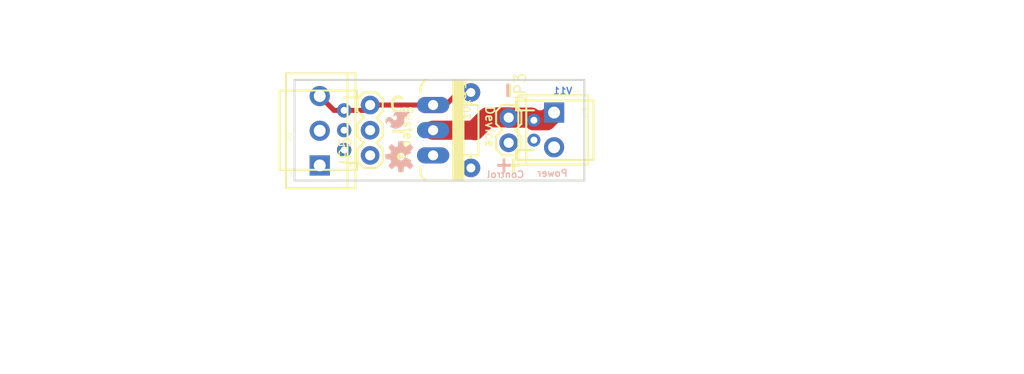
<source format=kicad_pcb>
(kicad_pcb (version 20211014) (generator pcbnew)
  (layers (0 "F.Cu" signal) (31 "B.Cu" signal) (34 "B.Paste" user) (35 "F.Paste" user) (36 "B.SilkS" user "B.Silkscreen") (37 "F.SilkS" user "F.Silkscreen") (38 "B.Mask" user) (39 "F.Mask" user) (44 "Edge.Cuts" user))
  (net 0 "")
  (net 1 "GND")
  (net 2 "CONTROL")
  (net 3 "VCC")
  (net 4 "HIGH-CURRENT")
  (footprint "boardEagle:1X03" (layer "F.Cu") (at 141.5161 107.5436 90)
    (fp_text reference "JP5" (at -1.3462 -1.8288 90) (layer "F.SilkS") (effects (font (size 1.143 1.143) (thickness 0.127)) (justify left bottom)))
    (fp_text value "")
    (fp_line (start 6.35 0.635) (end 5.715 1.27) (layer "F.SilkS") (width 0.2032))
    (fp_line (start 5.715 1.27) (end 4.445 1.27) (layer "F.SilkS") (width 0.2032))
    (fp_line (start 6.35 -0.635) (end 6.35 0.635) (layer "F.SilkS") (width 0.2032))
    (fp_line (start 3.81 0.635) (end 3.175 1.27) (layer "F.SilkS") (width 0.2032))
    (fp_line (start -1.27 -0.635) (end -1.27 0.635) (layer "F.SilkS") (width 0.2032))
    (fp_line (start -0.635 -1.27) (end -1.27 -0.635) (layer "F.SilkS") (width 0.2032))
    (fp_line (start -1.27 0.635) (end -0.635 1.27) (layer "F.SilkS") (width 0.2032))
    (fp_line (start 1.905 -1.27) (end 3.175 -1.27) (layer "F.SilkS") (width 0.2032))
    (fp_line (start 1.27 0.635) (end 0.635 1.27) (layer "F.SilkS") (width 0.2032))
    (fp_line (start 1.27 -0.635) (end 1.905 -1.27) (layer "F.SilkS") (width 0.2032))
    (fp_line (start -0.635 -1.27) (end 0.635 -1.27) (layer "F.SilkS") (width 0.2032))
    (fp_line (start 5.715 -1.27) (end 6.35 -0.635) (layer "F.SilkS") (width 0.2032))
    (fp_line (start 4.445 -1.27) (end 5.715 -1.27) (layer "F.SilkS") (width 0.2032))
    (fp_line (start 0.635 1.27) (end -0.635 1.27) (layer "F.SilkS") (width 0.2032))
    (fp_line (start 1.905 1.27) (end 1.27 0.635) (layer "F.SilkS") (width 0.2032))
    (fp_line (start 3.81 -0.635) (end 4.445 -1.27) (layer "F.SilkS") (width 0.2032))
    (fp_line (start 3.175 1.27) (end 1.905 1.27) (layer "F.SilkS") (width 0.2032))
    (fp_line (start 4.445 1.27) (end 3.81 0.635) (layer "F.SilkS") (width 0.2032))
    (fp_line (start 3.175 -1.27) (end 3.81 -0.635) (layer "F.SilkS") (width 0.2032))
    (fp_line (start 0.635 -1.27) (end 1.27 -0.635) (layer "F.SilkS") (width 0.2032))
    (pad "1" thru_hole circle (at 0 0 180) (size 1.8796 1.8796) (drill 1.016) (layers *.Cu *.Mask) (net 3 "VCC"))
    (pad "2" thru_hole circle (at 2.54 0 180) (size 1.8796 1.8796) (drill 1.016) (layers *.Cu *.Mask) (net 1 "GND"))
    (pad "3" thru_hole circle (at 5.08 0 180) (size 1.8796 1.8796) (drill 1.016) (layers *.Cu *.Mask) (net 2 "CONTROL"))
  )
  (footprint "boardEagle:SCREWTERMINAL-3.5MM-3" (layer "F.Cu") (at 136.4361 108.5596 90)
    (fp_text reference "JP4" (at -1.27 -2.54 90) (layer "F.SilkS") (effects (font (size 0.373888 0.373888) (thickness 0.032512)) (justify left bottom)))
    (fp_text value "")
    (fp_line (start -2.3 3.6) (end -2.3 2.8) (layer "F.SilkS") (width 0.2032))
    (fp_line (start -2.3 -3.4) (end 9.3 -3.4) (layer "F.SilkS") (width 0.2032))
    (fp_line (start 9.3 2.8) (end 9.3 3.6) (layer "F.SilkS") (width 0.2032))
    (fp_line (start 9.3 -3.4) (end 9.3 2.8) (layer "F.SilkS") (width 0.2032))
    (fp_line (start 9.3 3.6) (end -2.3 3.6) (layer "F.SilkS") (width 0.2032))
    (fp_line (start 9.3 2.8) (end -2.3 2.8) (layer "F.SilkS") (width 0.2032))
    (fp_line (start -2.3 2.8) (end -2.3 -3.4) (layer "F.SilkS") (width 0.2032))
    (pad "1" thru_hole rect (at 0 0 90) (size 2.032 2.032) (drill 1.2) (layers *.Cu *.Mask) (net 3 "VCC"))
    (pad "2" thru_hole circle (at 3.5 0 90) (size 2.032 2.032) (drill 1.2) (layers *.Cu *.Mask) (net 1 "GND"))
    (pad "3" thru_hole circle (at 7 0 90) (size 2.032 2.032) (drill 1.2) (layers *.Cu *.Mask) (net 2 "CONTROL"))
  )
  (footprint "boardEagle:JST-3-PTH" (layer "F.Cu") (at 133.8961 105.0036 90)
    (fp_text reference "JP2" (at -1.27 -0.24 90) (layer "F.SilkS") (effects (font (size 0.373888 0.373888) (thickness 0.032512)) (justify left bottom)))
    (fp_text value "")
    (fp_line (start 3.3 6.3) (end 3.3 5) (layer "F.SilkS") (width 0.2032))
    (fp_line (start 4 -1.5) (end 4 6.3) (layer "F.SilkS") (width 0.2032))
    (fp_line (start -4 6.3) (end -3.3 6.3) (layer "F.SilkS") (width 0.2032))
    (fp_line (start -4 -1.5) (end 4 -1.5) (layer "F.SilkS") (width 0.2032))
    (fp_line (start 4 6.3) (end 3.3 6.3) (layer "F.SilkS") (width 0.2032))
    (fp_line (start -3.3 6.3) (end -3.3 5) (layer "F.SilkS") (width 0.2032))
    (fp_line (start -4 6.3) (end -4 -1.5) (layer "F.SilkS") (width 0.2032))
    (pad "1" thru_hole circle (at -2 5 90) (size 1.4478 1.4478) (drill 0.7) (layers *.Cu *.Mask) (net 3 "VCC"))
    (pad "2" thru_hole circle (at 0 5 90) (size 1.4478 1.4478) (drill 0.7) (layers *.Cu *.Mask) (net 1 "GND"))
    (pad "3" thru_hole circle (at 2 5 90) (size 1.4478 1.4478) (drill 0.7) (layers *.Cu *.Mask) (net 2 "CONTROL"))
  )
  (footprint "boardEagle:1X02" (layer "F.Cu") (at 155.4861 103.7336 -90)
    (fp_text reference "JP3" (at -1.3462 -1.8288 -90) (layer "F.SilkS") (effects (font (size 1.143 1.143) (thickness 0.127)) (justify left bottom)))
    (fp_text value "")
    (fp_line (start 3.81 -0.635) (end 3.81 0.635) (layer "F.SilkS") (width 0.2032))
    (fp_line (start -0.635 -1.27) (end 0.635 -1.27) (layer "F.SilkS") (width 0.2032))
    (fp_line (start 1.905 -1.27) (end 3.175 -1.27) (layer "F.SilkS") (width 0.2032))
    (fp_line (start 1.27 -0.635) (end 1.905 -1.27) (layer "F.SilkS") (width 0.2032))
    (fp_line (start 0.635 -1.27) (end 1.27 -0.635) (layer "F.SilkS") (width 0.2032))
    (fp_line (start 0.635 1.27) (end -0.635 1.27) (layer "F.SilkS") (width 0.2032))
    (fp_line (start -1.27 0.635) (end -0.635 1.27) (layer "F.SilkS") (width 0.2032))
    (fp_line (start 1.905 1.27) (end 1.27 0.635) (layer "F.SilkS") (width 0.2032))
    (fp_line (start 3.175 -1.27) (end 3.81 -0.635) (layer "F.SilkS") (width 0.2032))
    (fp_line (start 1.27 0.635) (end 0.635 1.27) (layer "F.SilkS") (width 0.2032))
    (fp_line (start 3.81 0.635) (end 3.175 1.27) (layer "F.SilkS") (width 0.2032))
    (fp_line (start -1.27 -0.635) (end -1.27 0.635) (layer "F.SilkS") (width 0.2032))
    (fp_line (start 3.175 1.27) (end 1.905 1.27) (layer "F.SilkS") (width 0.2032))
    (fp_line (start -0.635 -1.27) (end -1.27 -0.635) (layer "F.SilkS") (width 0.2032))
    (pad "1" thru_hole circle (at 0 0) (size 1.8796 1.8796) (drill 1.016) (layers *.Cu *.Mask) (net 4 "HIGH-CURRENT"))
    (pad "2" thru_hole circle (at 2.54 0) (size 1.8796 1.8796) (drill 1.016) (layers *.Cu *.Mask) (net 3 "VCC"))
  )
  (footprint "boardEagle:SCREWTERMINAL-3.5MM-2" (layer "F.Cu") (at 160.0581 103.2256 -90)
    (fp_text reference "JP1" (at -1.27 -2.54 -90) (layer "F.SilkS") (effects (font (size 0.373888 0.373888) (thickness 0.032512)) (justify left bottom)))
    (fp_text value "")
    (fp_line (start -1.75 -3.4) (end 5.25 -3.4) (layer "F.SilkS") (width 0.2032))
    (fp_line (start -1.75 2.8) (end -1.75 -3.4) (layer "F.SilkS") (width 0.2032))
    (fp_line (start 5.25 -3.4) (end 5.25 2.8) (layer "F.SilkS") (width 0.2032))
    (fp_line (start 5.25 2.8) (end 5.25 3.6) (layer "F.SilkS") (width 0.2032))
    (fp_line (start 5.25 3.6) (end -1.75 3.6) (layer "F.SilkS") (width 0.2032))
    (fp_line (start 5.25 2.8) (end -1.75 2.8) (layer "F.SilkS") (width 0.2032))
    (fp_line (start -1.75 3.6) (end -1.75 2.8) (layer "F.SilkS") (width 0.2032))
    (pad "1" thru_hole rect (at 0 0 270) (size 2.032 2.032) (drill 1.2) (layers *.Cu *.Mask) (net 4 "HIGH-CURRENT"))
    (pad "2" thru_hole circle (at 3.5 0 270) (size 2.032 2.032) (drill 1.2) (layers *.Cu *.Mask) (net 3 "VCC"))
  )
  (footprint "boardEagle:AXIAL-0.3" (layer "F.Cu") (at 151.6761 105.0036 90)
    (fp_text reference "R1" (at -2.54 -1.27 90) (layer "F.SilkS") (effects (font (size 0.376489 0.376489) (thickness 0.029911)) (justify left)))
    (fp_text value "10K" (at 1.016 -0.381 270) (layer "F.SilkS") (effects (font (size 0.709168 0.709168) (thickness 0.103632)) (justify left)))
    (fp_line (start -2.54 0) (end -2.54 -0.762) (layer "F.SilkS") (width 0.2032))
    (fp_line (start -2.54 -0.762) (end 2.54 -0.762) (layer "F.SilkS") (width 0.2032))
    (fp_line (start 2.54 0.762) (end -2.54 0.762) (layer "F.SilkS") (width 0.2032))
    (fp_line (start -2.54 0.762) (end -2.54 0) (layer "F.SilkS") (width 0.2032))
    (fp_line (start 2.54 0) (end 2.794 0) (layer "F.SilkS") (width 0.2032))
    (fp_line (start 2.54 -0.762) (end 2.54 0) (layer "F.SilkS") (width 0.2032))
    (fp_line (start 2.54 0) (end 2.54 0.762) (layer "F.SilkS") (width 0.2032))
    (fp_line (start -2.54 0) (end -2.794 0) (layer "F.SilkS") (width 0.2032))
    (pad "P$1" thru_hole circle (at -3.81 0 90) (size 1.8796 1.8796) (drill 0.9) (layers *.Cu *.Mask) (net 1 "GND"))
    (pad "P$2" thru_hole circle (at 3.81 0 90) (size 1.8796 1.8796) (drill 0.9) (layers *.Cu *.Mask) (net 2 "CONTROL"))
  )
  (footprint "boardEagle:TO220V" (layer "F.Cu") (at 147.8661 105.0036 -90)
    (fp_text reference "Q1" (at -2.794 -3.429 -90) (layer "F.SilkS") (effects (font (size 1.143 1.143) (thickness 0.127)) (justify left bottom)))
    (fp_text value "RFP30N6LE")
    (fp_line (start 4.191 1.27) (end 3.81 1.27) (layer "F.SilkS") (width 0.2032))
    (fp_line (start -4.191 1.27) (end -3.81 1.27) (layer "F.SilkS") (width 0.2032))
    (fp_line (start 5.08 -3.048) (end 5.08 -2.032) (layer "F.SilkS") (width 0.2032))
    (fp_line (start 5.08 -2.032) (end -5.08 -2.032) (layer "F.SilkS") (width 0.2032))
    (fp_line (start -5.08 -2.032) (end -5.08 -3.048) (layer "F.SilkS") (width 0.2032))
    (fp_line (start -5.08 -3.048) (end 5.08 -3.048) (layer "F.SilkS") (width 0.2032))
    (fp_line (start 5.08 -2.032) (end 5.08 0.381) (layer "F.SilkS") (width 0.2032))
    (fp_line (start -5.08 -2.032) (end -5.08 0.381) (layer "F.SilkS") (width 0.2032))
    (fp_arc (start 5.08 0.381) (mid 4.826009 1.016011) (end 4.190998 1.27) (layer "F.SilkS") (width 0.2032))
    (fp_arc (start -4.190998 1.27) (mid -4.826009 1.016011) (end -5.08 0.381) (layer "F.SilkS") (width 0.2032))
    (fp_poly (pts (xy -5.08 -2.032) (xy 5.08 -2.032) (xy 5.08 -3.048) (xy -5.08 -3.048)) (layer "F.SilkS") (width 0) (fill solid))
    (pad "1" thru_hole oval (at -2.54 0) (size 3.2512 1.6256) (drill 1.016) (layers *.Cu *.Mask) (net 2 "CONTROL"))
    (pad "2" thru_hole oval (at 0 0) (size 3.2512 1.6256) (drill 1.016) (layers *.Cu *.Mask) (net 4 "HIGH-CURRENT"))
    (pad "3" thru_hole oval (at 2.54 0) (size 3.2512 1.6256) (drill 1.016) (layers *.Cu *.Mask) (net 1 "GND"))
  )
  (footprint "boardEagle:JST-2-PTH" (layer "F.Cu") (at 158.0261 105.0036 -90)
    (fp_text reference "JP8" (at -1.27 -5.27 -90) (layer "F.SilkS") (effects (font (size 0.373888 0.373888) (thickness 0.032512)) (justify left bottom)))
    (fp_text value "")
    (fp_line (start -2 1.8) (end -3 1.8) (layer "F.SilkS") (width 0.2032))
    (fp_line (start -3 1.8) (end -3 -6) (layer "F.SilkS") (width 0.2032))
    (fp_line (start 3 -6) (end 3 1.8) (layer "F.SilkS") (width 0.2032))
    (fp_line (start -3 -6) (end 3 -6) (layer "F.SilkS") (width 0.2032))
    (fp_line (start -2 0) (end -2 1.8) (layer "F.SilkS") (width 0.2032))
    (fp_line (start 3 1.8) (end 2 1.8) (layer "F.SilkS") (width 0.2032))
    (fp_line (start 2 1.8) (end 2 0) (layer "F.SilkS") (width 0.2032))
    (pad "1" thru_hole circle (at -1 0 270) (size 1.3096 1.3096) (drill 0.7) (layers *.Cu *.Mask) (net 4 "HIGH-CURRENT"))
    (pad "2" thru_hole circle (at 1 0 270) (size 1.3096 1.3096) (drill 0.7) (layers *.Cu *.Mask) (net 3 "VCC"))
  )
  (footprint "boardEagle:CREATIVE_COMMONS" (layer "F.Cu") (at 124.525044 126.5936)
    (fp_text reference "FRAME1" hide)
    (fp_text value "FRAME-LETTER" hide)
  )
  (footprint "boardEagle:SFE_LOGO_FLAME_.1" (layer "B.Cu") (at 145.9611 102.8446 -90)
    (fp_text reference "LOGO2" hide)
    (fp_text value "SFE_LOGO_FLAME.1_INCH" hide)
    (fp_poly (pts (xy 1.4 2.87) (xy 1.54 2.8) (xy 1.58 2.77) (xy 1.59 2.76) (xy 1.58 2.76) (xy 1.56 2.77) (xy 1.5 2.77) (xy 1.46 2.76) (xy 1.41 2.75) (xy 1.37 2.73) (xy 1.33 2.7) (xy 1.31 2.67) (xy 1.3 2.65) (xy 1.29 2.62) (xy 1.29 2.56) (xy 1.3 2.52) (xy 1.34 2.46) (xy 1.4 2.4) (xy 1.44 2.37) (xy 1.47 2.35) (xy 1.51 2.33) (xy 1.59 2.31) (xy 1.62 2.31) (xy 1.65 2.32) (xy 1.68 2.35) (xy 1.69 2.37) (xy 1.7 2.4) (xy 1.7 2.49) (xy 1.78 2.44) (xy 1.86 2.35) (xy 1.93 2.24) (xy 1.98 2.09) (xy 2.01 1.93) (xy 2 1.76) (xy 1.95 1.57) (xy 1.85 1.39) (xy 1.78 1.3) (xy 1.7 1.22) (xy 1.62 1.15) (xy 1.52 1.09) (xy 1.42 1.05) (xy 1.31 1.02) (xy 1.19 1) (xy 1 1) (xy 0.94 0.99) (xy 0.84 0.93) (xy 0.74 0.83) (xy 0.62 0.69) (xy 0.5 0.57) (xy 0.45 0.51) (xy 0.4 0.46) (xy 0.37 0.41) (xy 0.32 0.36) (xy 0.32 1.73) (xy 0.33 1.81) (xy 0.35 1.88) (xy 0.41 1.98) (xy 0.46 2.02) (xy 0.5 2.05) (xy 0.55 2.07) (xy 0.6 2.08) (xy 0.66 2.09) (xy 0.78 2.09) (xy 0.82 2.07) (xy 0.81 2.06) (xy 0.77 2.04) (xy 0.74 2.03) (xy 0.68 1.97) (xy 0.67 1.94) (xy 0.67 1.9) (xy 0.68 1.87) (xy 0.7 1.84) (xy 0.76 1.78) (xy 0.81 1.76) (xy 0.86 1.75) (xy 0.94 1.75) (xy 1.02 1.77) (xy 1.08 1.81) (xy 1.12 1.86) (xy 1.14 1.92) (xy 1.14 1.99) (xy 1.11 2.07) (xy 1.04 2.14) (xy 0.96 2.23) (xy 0.89 2.31) (xy 0.84 2.4) (xy 0.82 2.49) (xy 0.82 2.57) (xy 0.85 2.66) (xy 0.9 2.74) (xy 0.99 2.81) (xy 1.1 2.87) (xy 1.21 2.89) (xy 1.31 2.89)) (layer "B.SilkS") (width 0) (fill solid))
  )
  (footprint "boardEagle:OSHW-LOGO-S" (layer "B.Cu") (at 144.6149 107.6706 -90)
    (fp_text reference "LOGO1" hide)
    (fp_text value "OSHW-LOGOS" hide)
    (fp_poly (pts (xy 0.301647 1.061351) (xy 0.42347 1.022344) (xy 0.537177 0.963769) (xy 0.92862 1.282946) (xy 1.282946 0.92862) (xy 0.961035 0.533823) (xy 1.057046 0.302084) (xy 1.5638 0.250561) (xy 1.5638 -0.250561) (xy 1.057046 -0.302084) (xy 0.961035 -0.533823) (xy 1.282946 -0.92862) (xy 0.92862 -1.282946) (xy 0.537177 -0.96377) (xy 0.356601 -1.056794) (xy 0.088679 -0.410073) (xy 0.326262 -0.2176) (xy 0.373649 -0.121468) (xy 0.392729 -0.010339) (xy 0.379464 0.101634) (xy 0.334947 0.205229) (xy 0.262842 0.291918) (xy 0.169087 0.354561) (xy 0.061406 0.387999) (xy -0.051342 0.38948) (xy -0.159868 0.358881) (xy -0.255234 0.298724) (xy -0.329589 0.213962) (xy -0.376813 0.111569) (xy -0.392176 0.005767) (xy -0.322923 -0.222565) (xy -0.249312 -0.303773) (xy 0.091677 -0.5081) (xy -0.12929 -0.5081) (xy -0.355332 -1.053732) (xy -0.506597 -0.983577) (xy -0.538922 -0.965192) (xy -0.92862 -1.282946) (xy -1.282946 -0.92862) (xy -0.961035 -0.533823) (xy -1.057046 -0.302084) (xy -1.5638 -0.250561) (xy -1.5638 0.250561) (xy -1.057046 0.302084) (xy -0.961035 0.533823) (xy -1.282946 0.92862) (xy -0.92862 1.282946) (xy -0.533823 0.961035) (xy -0.302084 1.057046) (xy -0.250561 1.5638) (xy 0.250561 1.5638)) (layer "B.SilkS") (width 0) (fill solid))
  )
  (gr_line (start 133.8961 110.0836) (end 163.1061 110.0836) (layer "Edge.Cuts") (width 0.2032))
  (gr_line (start 163.1061 99.9236) (end 133.8961 99.9236) (layer "Edge.Cuts") (width 0.2032))
  (gr_line (start 133.8961 99.9236) (end 133.8961 110.0836) (layer "Edge.Cuts") (width 0.2032))
  (gr_line (start 163.1061 110.0836) (end 163.1061 99.9236) (layer "Edge.Cuts") (width 0.2032))
  (gr_text "V11" (at 161.9631 101.4476) (layer "B.Cu") (effects (font (size 0.69088 0.69088) (thickness 0.12192)) (justify left bottom mirror)))
  (gr_text "Control" (at 153.2001 109.0676) (layer "B.SilkS") (effects (font (size 0.69088 0.69088) (thickness 0.12192)) (justify right top mirror)))
  (gr_text "+" (at 156.1211 109.3216) (layer "B.SilkS") (effects (font (size 1.5113 1.5113) (thickness 0.2667)) (justify left bottom mirror)))
  (gr_text "-" (at 154.5971 102.0826 -90) (layer "B.SilkS") (effects (font (size 1.5113 1.5113) (thickness 0.2667)) (justify left bottom mirror)))
  (gr_text "Power" (at 158.2801 108.9406) (layer "B.SilkS") (effects (font (size 0.69088 0.69088) (thickness 0.12192)) (justify right top mirror)))
  (gr_text "+" (at 156.1211 109.3216) (layer "B.SilkS") (effects (font (size 1.5113 1.5113) (thickness 0.2667)) (justify left bottom mirror)))
  (gr_text "Device" (at 153.0731 102.4636 270) (layer "F.SilkS") (effects (font (size 0.8636 0.8636) (thickness 0.1524)) (justify left bottom)))
  (gr_text "-" (at 156.3751 102.0826 90) (layer "F.SilkS") (effects (font (size 1.5113 1.5113) (thickness 0.2667)) (justify left bottom)))
  (gr_text "C" (at 143.2941 103.3526) (layer "F.SilkS") (effects (font (size 1.5113 1.5113) (thickness 0.2667)) (justify left bottom)))
  (gr_text "-" (at 143.2941 105.8926) (layer "F.SilkS") (effects (font (size 1.5113 1.5113) (thickness 0.2667)) (justify left bottom)))
  (gr_text "+" (at 143.2941 108.4326) (layer "F.SilkS") (effects (font (size 1.5113 1.5113) (thickness 0.2667)) (justify left bottom)))
  (gr_text "+" (at 154.8511 109.3216) (layer "F.SilkS") (effects (font (size 1.5113 1.5113) (thickness 0.2667)) (justify left bottom)))
  (gr_text "System" (at 144.8181 102.4636 270) (layer "F.SilkS") (effects (font (size 0.8636 0.8636) (thickness 0.1524)) (justify left bottom)))
  (segment (start 149.1361 102.4636) (end 150.4061 101.1936) (width 0.508) (layer "F.Cu") (net 2))
  (segment (start 147.8661 102.4636) (end 149.1361 102.4636) (width 0.508) (layer "F.Cu") (net 2))
  (segment (start 138.8961 103.0036) (end 137.8801 103.0036) (width 0.508) (layer "F.Cu") (net 2))
  (segment (start 150.4061 101.1936) (end 151.6761 101.1936) (width 0.508) (layer "F.Cu") (net 2))
  (segment (start 137.8801 103.0036) (end 136.4361 101.5596) (width 0.508) (layer "F.Cu") (net 2))
  (segment (start 141.5161 102.4636) (end 147.8661 102.4636) (width 0.508) (layer "F.Cu") (net 2))
  (segment (start 138.8961 103.0036) (end 140.9761 103.0036) (width 0.508) (layer "F.Cu") (net 2))
  (segment (start 140.9761 103.0036) (end 141.5161 102.4636) (width 0.508) (layer "F.Cu") (net 2))
  (segment (start 155.4607 103.7082) (end 155.4861 103.7336) (width 2.032) (layer "F.Cu") (net 4))
  (segment (start 155.4861 103.7336) (end 157.7561 103.7336) (width 2.032) (layer "F.Cu") (net 4))
  (segment (start 157.7561 103.7336) (end 158.0261 104.0036) (width 2.032) (layer "F.Cu") (net 4))
  (segment (start 153.3525 103.7082) (end 155.4607 103.7082) (width 2.032) (layer "F.Cu") (net 4))
  (segment (start 158.0261 104.0036) (end 159.2801 104.0036) (width 2.032) (layer "F.Cu") (net 4))
  (segment (start 152.0571 105.0036) (end 153.3525 103.7082) (width 2.032) (layer "F.Cu") (net 4))
  (segment (start 159.2801 104.0036) (end 160.0581 103.2256) (width 2.032) (layer "F.Cu") (net 4))
  (segment (start 152.0571 105.0036) (end 147.8661 105.0036) (width 1.9304) (layer "F.Cu") (net 4))
)
</source>
